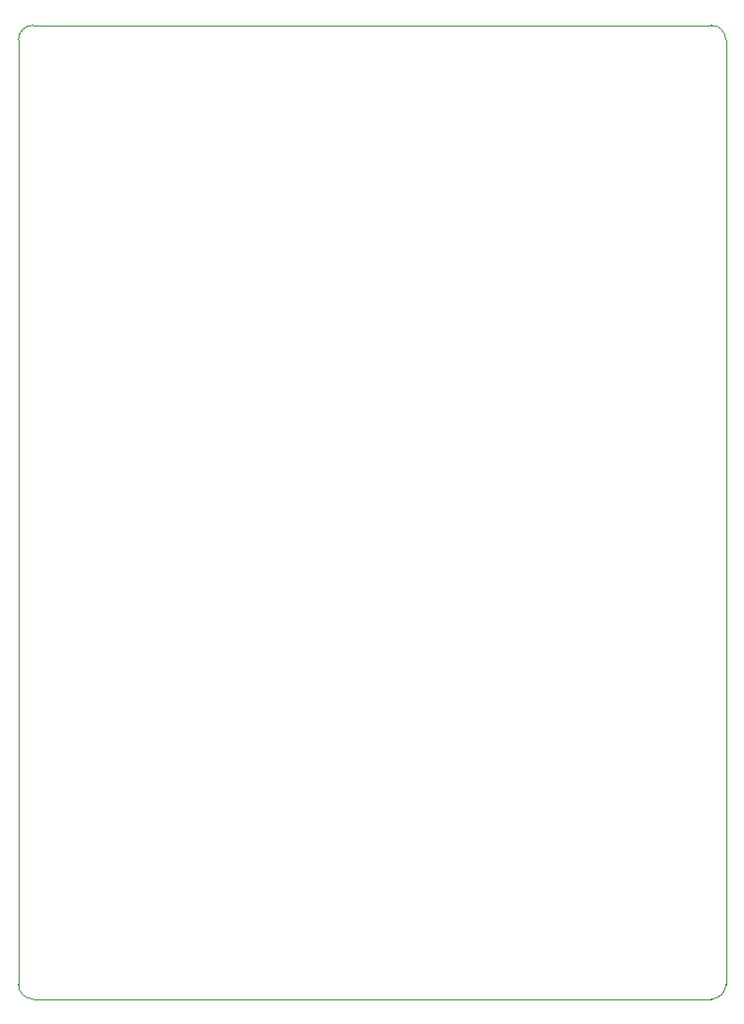
<source format=gbr>
%TF.GenerationSoftware,KiCad,Pcbnew,6.0.11+dfsg-1*%
%TF.CreationDate,2023-04-08T11:41:03+02:00*%
%TF.ProjectId,LampeV1,4c616d70-6556-4312-9e6b-696361645f70,rev?*%
%TF.SameCoordinates,Original*%
%TF.FileFunction,Profile,NP*%
%FSLAX46Y46*%
G04 Gerber Fmt 4.6, Leading zero omitted, Abs format (unit mm)*
G04 Created by KiCad (PCBNEW 6.0.11+dfsg-1) date 2023-04-08 11:41:03*
%MOMM*%
%LPD*%
G01*
G04 APERTURE LIST*
%TA.AperFunction,Profile*%
%ADD10C,0.100000*%
%TD*%
G04 APERTURE END LIST*
D10*
X78740000Y-118110000D02*
X78740000Y-36830000D01*
X138430000Y-119380000D02*
X80010000Y-119380000D01*
X80010000Y-35560000D02*
G75*
G03*
X78740000Y-36830000I0J-1270000D01*
G01*
X139700000Y-36830000D02*
G75*
G03*
X138430000Y-35560000I-1270000J0D01*
G01*
X78740000Y-118110000D02*
G75*
G03*
X80010000Y-119380000I1270000J0D01*
G01*
X138430000Y-119380000D02*
G75*
G03*
X139700000Y-118110000I0J1270000D01*
G01*
X80010000Y-35560000D02*
X138430000Y-35560000D01*
X139700000Y-36830000D02*
X139700000Y-118110000D01*
M02*

</source>
